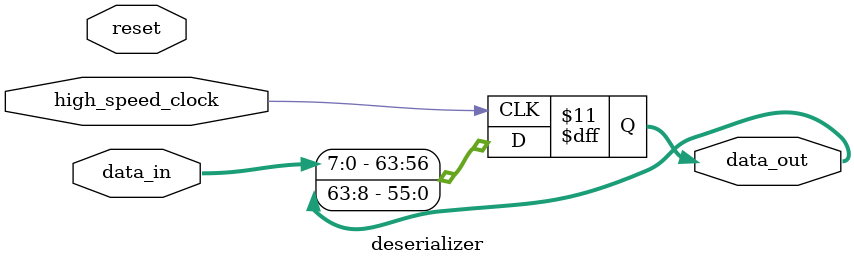
<source format=v>
module deserializer
#(
	parameter D = 8,  // data bitwidth
	parameter S = 8	  // deserialization ratio
)
(
	input reset,
	input high_speed_clock,
	input [D-1:0] data_in,
	output reg [D*S-1:0] data_out
);

reg [$clog2(S)-1:0] deserialization_ratio;

always @(posedge high_speed_clock)
begin
	if(reset) deserialization_ratio <= 0;

	else deserialization_ratio <= deserialization_ratio + 1;
end

always @(posedge high_speed_clock)
begin
	// time to switch to new set of data

	if(deserialization_ratio == S) data_out <= {{D*(S-1){1'b0}}, data_in};  // value of 0 is don't care here
	 
	 
	// new incoming data are inserted at most-significant-bits (MSB) position
	// The oldest data at least-significant-bits (LSB) position will be removed/dropped
	// all old data are shifted to the right such that the new data has enough space to fill in at MSB position

	else data_out <= {data_in, data_out[D +: D*(S-1)]};
end

endmodule

</source>
